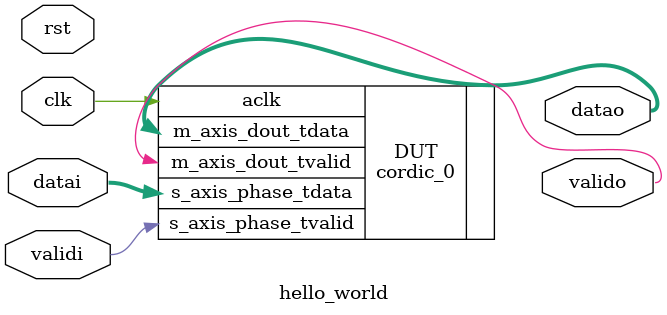
<source format=sv>
module hello_world(
           input logic	       clk,
	   input logic	       rst,
	   input logic [47:0]  datai,
	   input logic	       validi,
	   output logic [95:0] datao,
           output logic	       valido);


   cordic_0 DUT(
    .aclk(clk),
    .s_axis_phase_tvalid(validi),  // input wire s_axis_phase_tvalid
    .s_axis_phase_tdata(datai),    // input wire [47 : 0] s_axis_phase_tdata
    .m_axis_dout_tvalid(valido),    // output wire m_axis_dout_tvalid
    .m_axis_dout_tdata(datao) 
    );
   
   
   initial begin
      $dumpfile("wave.vcd");
      $dumpvars;
      
   end
   
endmodule

</source>
